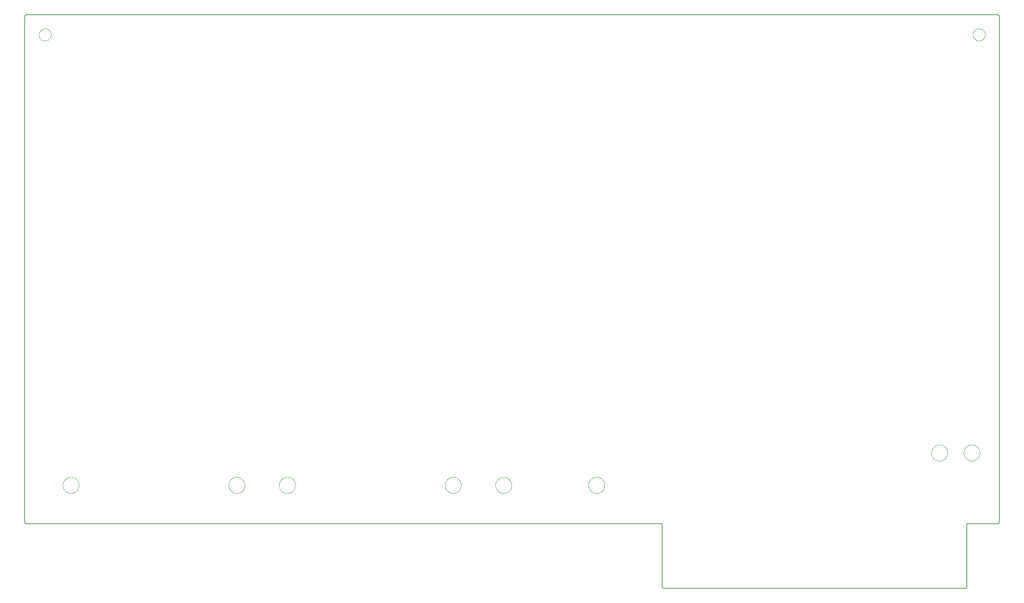
<source format=gko>
G75*
%MOIN*%
%OFA0B0*%
%FSLAX25Y25*%
%IPPOS*%
%LPD*%
%AMOC8*
5,1,8,0,0,1.08239X$1,22.5*
%
%ADD10C,0.00000*%
%ADD11C,0.00787*%
D10*
X0038402Y0105394D02*
X0038404Y0105587D01*
X0038411Y0105780D01*
X0038423Y0105973D01*
X0038440Y0106166D01*
X0038461Y0106358D01*
X0038487Y0106549D01*
X0038518Y0106740D01*
X0038553Y0106930D01*
X0038593Y0107119D01*
X0038638Y0107307D01*
X0038687Y0107494D01*
X0038741Y0107680D01*
X0038799Y0107864D01*
X0038862Y0108047D01*
X0038930Y0108228D01*
X0039001Y0108407D01*
X0039078Y0108585D01*
X0039158Y0108761D01*
X0039243Y0108934D01*
X0039332Y0109106D01*
X0039425Y0109275D01*
X0039522Y0109442D01*
X0039624Y0109607D01*
X0039729Y0109769D01*
X0039838Y0109928D01*
X0039952Y0110085D01*
X0040069Y0110238D01*
X0040189Y0110389D01*
X0040314Y0110537D01*
X0040442Y0110682D01*
X0040573Y0110823D01*
X0040708Y0110962D01*
X0040847Y0111097D01*
X0040988Y0111228D01*
X0041133Y0111356D01*
X0041281Y0111481D01*
X0041432Y0111601D01*
X0041585Y0111718D01*
X0041742Y0111832D01*
X0041901Y0111941D01*
X0042063Y0112046D01*
X0042228Y0112148D01*
X0042395Y0112245D01*
X0042564Y0112338D01*
X0042736Y0112427D01*
X0042909Y0112512D01*
X0043085Y0112592D01*
X0043263Y0112669D01*
X0043442Y0112740D01*
X0043623Y0112808D01*
X0043806Y0112871D01*
X0043990Y0112929D01*
X0044176Y0112983D01*
X0044363Y0113032D01*
X0044551Y0113077D01*
X0044740Y0113117D01*
X0044930Y0113152D01*
X0045121Y0113183D01*
X0045312Y0113209D01*
X0045504Y0113230D01*
X0045697Y0113247D01*
X0045890Y0113259D01*
X0046083Y0113266D01*
X0046276Y0113268D01*
X0046469Y0113266D01*
X0046662Y0113259D01*
X0046855Y0113247D01*
X0047048Y0113230D01*
X0047240Y0113209D01*
X0047431Y0113183D01*
X0047622Y0113152D01*
X0047812Y0113117D01*
X0048001Y0113077D01*
X0048189Y0113032D01*
X0048376Y0112983D01*
X0048562Y0112929D01*
X0048746Y0112871D01*
X0048929Y0112808D01*
X0049110Y0112740D01*
X0049289Y0112669D01*
X0049467Y0112592D01*
X0049643Y0112512D01*
X0049816Y0112427D01*
X0049988Y0112338D01*
X0050157Y0112245D01*
X0050324Y0112148D01*
X0050489Y0112046D01*
X0050651Y0111941D01*
X0050810Y0111832D01*
X0050967Y0111718D01*
X0051120Y0111601D01*
X0051271Y0111481D01*
X0051419Y0111356D01*
X0051564Y0111228D01*
X0051705Y0111097D01*
X0051844Y0110962D01*
X0051979Y0110823D01*
X0052110Y0110682D01*
X0052238Y0110537D01*
X0052363Y0110389D01*
X0052483Y0110238D01*
X0052600Y0110085D01*
X0052714Y0109928D01*
X0052823Y0109769D01*
X0052928Y0109607D01*
X0053030Y0109442D01*
X0053127Y0109275D01*
X0053220Y0109106D01*
X0053309Y0108934D01*
X0053394Y0108761D01*
X0053474Y0108585D01*
X0053551Y0108407D01*
X0053622Y0108228D01*
X0053690Y0108047D01*
X0053753Y0107864D01*
X0053811Y0107680D01*
X0053865Y0107494D01*
X0053914Y0107307D01*
X0053959Y0107119D01*
X0053999Y0106930D01*
X0054034Y0106740D01*
X0054065Y0106549D01*
X0054091Y0106358D01*
X0054112Y0106166D01*
X0054129Y0105973D01*
X0054141Y0105780D01*
X0054148Y0105587D01*
X0054150Y0105394D01*
X0054148Y0105201D01*
X0054141Y0105008D01*
X0054129Y0104815D01*
X0054112Y0104622D01*
X0054091Y0104430D01*
X0054065Y0104239D01*
X0054034Y0104048D01*
X0053999Y0103858D01*
X0053959Y0103669D01*
X0053914Y0103481D01*
X0053865Y0103294D01*
X0053811Y0103108D01*
X0053753Y0102924D01*
X0053690Y0102741D01*
X0053622Y0102560D01*
X0053551Y0102381D01*
X0053474Y0102203D01*
X0053394Y0102027D01*
X0053309Y0101854D01*
X0053220Y0101682D01*
X0053127Y0101513D01*
X0053030Y0101346D01*
X0052928Y0101181D01*
X0052823Y0101019D01*
X0052714Y0100860D01*
X0052600Y0100703D01*
X0052483Y0100550D01*
X0052363Y0100399D01*
X0052238Y0100251D01*
X0052110Y0100106D01*
X0051979Y0099965D01*
X0051844Y0099826D01*
X0051705Y0099691D01*
X0051564Y0099560D01*
X0051419Y0099432D01*
X0051271Y0099307D01*
X0051120Y0099187D01*
X0050967Y0099070D01*
X0050810Y0098956D01*
X0050651Y0098847D01*
X0050489Y0098742D01*
X0050324Y0098640D01*
X0050157Y0098543D01*
X0049988Y0098450D01*
X0049816Y0098361D01*
X0049643Y0098276D01*
X0049467Y0098196D01*
X0049289Y0098119D01*
X0049110Y0098048D01*
X0048929Y0097980D01*
X0048746Y0097917D01*
X0048562Y0097859D01*
X0048376Y0097805D01*
X0048189Y0097756D01*
X0048001Y0097711D01*
X0047812Y0097671D01*
X0047622Y0097636D01*
X0047431Y0097605D01*
X0047240Y0097579D01*
X0047048Y0097558D01*
X0046855Y0097541D01*
X0046662Y0097529D01*
X0046469Y0097522D01*
X0046276Y0097520D01*
X0046083Y0097522D01*
X0045890Y0097529D01*
X0045697Y0097541D01*
X0045504Y0097558D01*
X0045312Y0097579D01*
X0045121Y0097605D01*
X0044930Y0097636D01*
X0044740Y0097671D01*
X0044551Y0097711D01*
X0044363Y0097756D01*
X0044176Y0097805D01*
X0043990Y0097859D01*
X0043806Y0097917D01*
X0043623Y0097980D01*
X0043442Y0098048D01*
X0043263Y0098119D01*
X0043085Y0098196D01*
X0042909Y0098276D01*
X0042736Y0098361D01*
X0042564Y0098450D01*
X0042395Y0098543D01*
X0042228Y0098640D01*
X0042063Y0098742D01*
X0041901Y0098847D01*
X0041742Y0098956D01*
X0041585Y0099070D01*
X0041432Y0099187D01*
X0041281Y0099307D01*
X0041133Y0099432D01*
X0040988Y0099560D01*
X0040847Y0099691D01*
X0040708Y0099826D01*
X0040573Y0099965D01*
X0040442Y0100106D01*
X0040314Y0100251D01*
X0040189Y0100399D01*
X0040069Y0100550D01*
X0039952Y0100703D01*
X0039838Y0100860D01*
X0039729Y0101019D01*
X0039624Y0101181D01*
X0039522Y0101346D01*
X0039425Y0101513D01*
X0039332Y0101682D01*
X0039243Y0101854D01*
X0039158Y0102027D01*
X0039078Y0102203D01*
X0039001Y0102381D01*
X0038930Y0102560D01*
X0038862Y0102741D01*
X0038799Y0102924D01*
X0038741Y0103108D01*
X0038687Y0103294D01*
X0038638Y0103481D01*
X0038593Y0103669D01*
X0038553Y0103858D01*
X0038518Y0104048D01*
X0038487Y0104239D01*
X0038461Y0104430D01*
X0038440Y0104622D01*
X0038423Y0104815D01*
X0038411Y0105008D01*
X0038404Y0105201D01*
X0038402Y0105394D01*
X0199819Y0105394D02*
X0199821Y0105587D01*
X0199828Y0105780D01*
X0199840Y0105973D01*
X0199857Y0106166D01*
X0199878Y0106358D01*
X0199904Y0106549D01*
X0199935Y0106740D01*
X0199970Y0106930D01*
X0200010Y0107119D01*
X0200055Y0107307D01*
X0200104Y0107494D01*
X0200158Y0107680D01*
X0200216Y0107864D01*
X0200279Y0108047D01*
X0200347Y0108228D01*
X0200418Y0108407D01*
X0200495Y0108585D01*
X0200575Y0108761D01*
X0200660Y0108934D01*
X0200749Y0109106D01*
X0200842Y0109275D01*
X0200939Y0109442D01*
X0201041Y0109607D01*
X0201146Y0109769D01*
X0201255Y0109928D01*
X0201369Y0110085D01*
X0201486Y0110238D01*
X0201606Y0110389D01*
X0201731Y0110537D01*
X0201859Y0110682D01*
X0201990Y0110823D01*
X0202125Y0110962D01*
X0202264Y0111097D01*
X0202405Y0111228D01*
X0202550Y0111356D01*
X0202698Y0111481D01*
X0202849Y0111601D01*
X0203002Y0111718D01*
X0203159Y0111832D01*
X0203318Y0111941D01*
X0203480Y0112046D01*
X0203645Y0112148D01*
X0203812Y0112245D01*
X0203981Y0112338D01*
X0204153Y0112427D01*
X0204326Y0112512D01*
X0204502Y0112592D01*
X0204680Y0112669D01*
X0204859Y0112740D01*
X0205040Y0112808D01*
X0205223Y0112871D01*
X0205407Y0112929D01*
X0205593Y0112983D01*
X0205780Y0113032D01*
X0205968Y0113077D01*
X0206157Y0113117D01*
X0206347Y0113152D01*
X0206538Y0113183D01*
X0206729Y0113209D01*
X0206921Y0113230D01*
X0207114Y0113247D01*
X0207307Y0113259D01*
X0207500Y0113266D01*
X0207693Y0113268D01*
X0207886Y0113266D01*
X0208079Y0113259D01*
X0208272Y0113247D01*
X0208465Y0113230D01*
X0208657Y0113209D01*
X0208848Y0113183D01*
X0209039Y0113152D01*
X0209229Y0113117D01*
X0209418Y0113077D01*
X0209606Y0113032D01*
X0209793Y0112983D01*
X0209979Y0112929D01*
X0210163Y0112871D01*
X0210346Y0112808D01*
X0210527Y0112740D01*
X0210706Y0112669D01*
X0210884Y0112592D01*
X0211060Y0112512D01*
X0211233Y0112427D01*
X0211405Y0112338D01*
X0211574Y0112245D01*
X0211741Y0112148D01*
X0211906Y0112046D01*
X0212068Y0111941D01*
X0212227Y0111832D01*
X0212384Y0111718D01*
X0212537Y0111601D01*
X0212688Y0111481D01*
X0212836Y0111356D01*
X0212981Y0111228D01*
X0213122Y0111097D01*
X0213261Y0110962D01*
X0213396Y0110823D01*
X0213527Y0110682D01*
X0213655Y0110537D01*
X0213780Y0110389D01*
X0213900Y0110238D01*
X0214017Y0110085D01*
X0214131Y0109928D01*
X0214240Y0109769D01*
X0214345Y0109607D01*
X0214447Y0109442D01*
X0214544Y0109275D01*
X0214637Y0109106D01*
X0214726Y0108934D01*
X0214811Y0108761D01*
X0214891Y0108585D01*
X0214968Y0108407D01*
X0215039Y0108228D01*
X0215107Y0108047D01*
X0215170Y0107864D01*
X0215228Y0107680D01*
X0215282Y0107494D01*
X0215331Y0107307D01*
X0215376Y0107119D01*
X0215416Y0106930D01*
X0215451Y0106740D01*
X0215482Y0106549D01*
X0215508Y0106358D01*
X0215529Y0106166D01*
X0215546Y0105973D01*
X0215558Y0105780D01*
X0215565Y0105587D01*
X0215567Y0105394D01*
X0215565Y0105201D01*
X0215558Y0105008D01*
X0215546Y0104815D01*
X0215529Y0104622D01*
X0215508Y0104430D01*
X0215482Y0104239D01*
X0215451Y0104048D01*
X0215416Y0103858D01*
X0215376Y0103669D01*
X0215331Y0103481D01*
X0215282Y0103294D01*
X0215228Y0103108D01*
X0215170Y0102924D01*
X0215107Y0102741D01*
X0215039Y0102560D01*
X0214968Y0102381D01*
X0214891Y0102203D01*
X0214811Y0102027D01*
X0214726Y0101854D01*
X0214637Y0101682D01*
X0214544Y0101513D01*
X0214447Y0101346D01*
X0214345Y0101181D01*
X0214240Y0101019D01*
X0214131Y0100860D01*
X0214017Y0100703D01*
X0213900Y0100550D01*
X0213780Y0100399D01*
X0213655Y0100251D01*
X0213527Y0100106D01*
X0213396Y0099965D01*
X0213261Y0099826D01*
X0213122Y0099691D01*
X0212981Y0099560D01*
X0212836Y0099432D01*
X0212688Y0099307D01*
X0212537Y0099187D01*
X0212384Y0099070D01*
X0212227Y0098956D01*
X0212068Y0098847D01*
X0211906Y0098742D01*
X0211741Y0098640D01*
X0211574Y0098543D01*
X0211405Y0098450D01*
X0211233Y0098361D01*
X0211060Y0098276D01*
X0210884Y0098196D01*
X0210706Y0098119D01*
X0210527Y0098048D01*
X0210346Y0097980D01*
X0210163Y0097917D01*
X0209979Y0097859D01*
X0209793Y0097805D01*
X0209606Y0097756D01*
X0209418Y0097711D01*
X0209229Y0097671D01*
X0209039Y0097636D01*
X0208848Y0097605D01*
X0208657Y0097579D01*
X0208465Y0097558D01*
X0208272Y0097541D01*
X0208079Y0097529D01*
X0207886Y0097522D01*
X0207693Y0097520D01*
X0207500Y0097522D01*
X0207307Y0097529D01*
X0207114Y0097541D01*
X0206921Y0097558D01*
X0206729Y0097579D01*
X0206538Y0097605D01*
X0206347Y0097636D01*
X0206157Y0097671D01*
X0205968Y0097711D01*
X0205780Y0097756D01*
X0205593Y0097805D01*
X0205407Y0097859D01*
X0205223Y0097917D01*
X0205040Y0097980D01*
X0204859Y0098048D01*
X0204680Y0098119D01*
X0204502Y0098196D01*
X0204326Y0098276D01*
X0204153Y0098361D01*
X0203981Y0098450D01*
X0203812Y0098543D01*
X0203645Y0098640D01*
X0203480Y0098742D01*
X0203318Y0098847D01*
X0203159Y0098956D01*
X0203002Y0099070D01*
X0202849Y0099187D01*
X0202698Y0099307D01*
X0202550Y0099432D01*
X0202405Y0099560D01*
X0202264Y0099691D01*
X0202125Y0099826D01*
X0201990Y0099965D01*
X0201859Y0100106D01*
X0201731Y0100251D01*
X0201606Y0100399D01*
X0201486Y0100550D01*
X0201369Y0100703D01*
X0201255Y0100860D01*
X0201146Y0101019D01*
X0201041Y0101181D01*
X0200939Y0101346D01*
X0200842Y0101513D01*
X0200749Y0101682D01*
X0200660Y0101854D01*
X0200575Y0102027D01*
X0200495Y0102203D01*
X0200418Y0102381D01*
X0200347Y0102560D01*
X0200279Y0102741D01*
X0200216Y0102924D01*
X0200158Y0103108D01*
X0200104Y0103294D01*
X0200055Y0103481D01*
X0200010Y0103669D01*
X0199970Y0103858D01*
X0199935Y0104048D01*
X0199904Y0104239D01*
X0199878Y0104430D01*
X0199857Y0104622D01*
X0199840Y0104815D01*
X0199828Y0105008D01*
X0199821Y0105201D01*
X0199819Y0105394D01*
X0249032Y0105394D02*
X0249034Y0105587D01*
X0249041Y0105780D01*
X0249053Y0105973D01*
X0249070Y0106166D01*
X0249091Y0106358D01*
X0249117Y0106549D01*
X0249148Y0106740D01*
X0249183Y0106930D01*
X0249223Y0107119D01*
X0249268Y0107307D01*
X0249317Y0107494D01*
X0249371Y0107680D01*
X0249429Y0107864D01*
X0249492Y0108047D01*
X0249560Y0108228D01*
X0249631Y0108407D01*
X0249708Y0108585D01*
X0249788Y0108761D01*
X0249873Y0108934D01*
X0249962Y0109106D01*
X0250055Y0109275D01*
X0250152Y0109442D01*
X0250254Y0109607D01*
X0250359Y0109769D01*
X0250468Y0109928D01*
X0250582Y0110085D01*
X0250699Y0110238D01*
X0250819Y0110389D01*
X0250944Y0110537D01*
X0251072Y0110682D01*
X0251203Y0110823D01*
X0251338Y0110962D01*
X0251477Y0111097D01*
X0251618Y0111228D01*
X0251763Y0111356D01*
X0251911Y0111481D01*
X0252062Y0111601D01*
X0252215Y0111718D01*
X0252372Y0111832D01*
X0252531Y0111941D01*
X0252693Y0112046D01*
X0252858Y0112148D01*
X0253025Y0112245D01*
X0253194Y0112338D01*
X0253366Y0112427D01*
X0253539Y0112512D01*
X0253715Y0112592D01*
X0253893Y0112669D01*
X0254072Y0112740D01*
X0254253Y0112808D01*
X0254436Y0112871D01*
X0254620Y0112929D01*
X0254806Y0112983D01*
X0254993Y0113032D01*
X0255181Y0113077D01*
X0255370Y0113117D01*
X0255560Y0113152D01*
X0255751Y0113183D01*
X0255942Y0113209D01*
X0256134Y0113230D01*
X0256327Y0113247D01*
X0256520Y0113259D01*
X0256713Y0113266D01*
X0256906Y0113268D01*
X0257099Y0113266D01*
X0257292Y0113259D01*
X0257485Y0113247D01*
X0257678Y0113230D01*
X0257870Y0113209D01*
X0258061Y0113183D01*
X0258252Y0113152D01*
X0258442Y0113117D01*
X0258631Y0113077D01*
X0258819Y0113032D01*
X0259006Y0112983D01*
X0259192Y0112929D01*
X0259376Y0112871D01*
X0259559Y0112808D01*
X0259740Y0112740D01*
X0259919Y0112669D01*
X0260097Y0112592D01*
X0260273Y0112512D01*
X0260446Y0112427D01*
X0260618Y0112338D01*
X0260787Y0112245D01*
X0260954Y0112148D01*
X0261119Y0112046D01*
X0261281Y0111941D01*
X0261440Y0111832D01*
X0261597Y0111718D01*
X0261750Y0111601D01*
X0261901Y0111481D01*
X0262049Y0111356D01*
X0262194Y0111228D01*
X0262335Y0111097D01*
X0262474Y0110962D01*
X0262609Y0110823D01*
X0262740Y0110682D01*
X0262868Y0110537D01*
X0262993Y0110389D01*
X0263113Y0110238D01*
X0263230Y0110085D01*
X0263344Y0109928D01*
X0263453Y0109769D01*
X0263558Y0109607D01*
X0263660Y0109442D01*
X0263757Y0109275D01*
X0263850Y0109106D01*
X0263939Y0108934D01*
X0264024Y0108761D01*
X0264104Y0108585D01*
X0264181Y0108407D01*
X0264252Y0108228D01*
X0264320Y0108047D01*
X0264383Y0107864D01*
X0264441Y0107680D01*
X0264495Y0107494D01*
X0264544Y0107307D01*
X0264589Y0107119D01*
X0264629Y0106930D01*
X0264664Y0106740D01*
X0264695Y0106549D01*
X0264721Y0106358D01*
X0264742Y0106166D01*
X0264759Y0105973D01*
X0264771Y0105780D01*
X0264778Y0105587D01*
X0264780Y0105394D01*
X0264778Y0105201D01*
X0264771Y0105008D01*
X0264759Y0104815D01*
X0264742Y0104622D01*
X0264721Y0104430D01*
X0264695Y0104239D01*
X0264664Y0104048D01*
X0264629Y0103858D01*
X0264589Y0103669D01*
X0264544Y0103481D01*
X0264495Y0103294D01*
X0264441Y0103108D01*
X0264383Y0102924D01*
X0264320Y0102741D01*
X0264252Y0102560D01*
X0264181Y0102381D01*
X0264104Y0102203D01*
X0264024Y0102027D01*
X0263939Y0101854D01*
X0263850Y0101682D01*
X0263757Y0101513D01*
X0263660Y0101346D01*
X0263558Y0101181D01*
X0263453Y0101019D01*
X0263344Y0100860D01*
X0263230Y0100703D01*
X0263113Y0100550D01*
X0262993Y0100399D01*
X0262868Y0100251D01*
X0262740Y0100106D01*
X0262609Y0099965D01*
X0262474Y0099826D01*
X0262335Y0099691D01*
X0262194Y0099560D01*
X0262049Y0099432D01*
X0261901Y0099307D01*
X0261750Y0099187D01*
X0261597Y0099070D01*
X0261440Y0098956D01*
X0261281Y0098847D01*
X0261119Y0098742D01*
X0260954Y0098640D01*
X0260787Y0098543D01*
X0260618Y0098450D01*
X0260446Y0098361D01*
X0260273Y0098276D01*
X0260097Y0098196D01*
X0259919Y0098119D01*
X0259740Y0098048D01*
X0259559Y0097980D01*
X0259376Y0097917D01*
X0259192Y0097859D01*
X0259006Y0097805D01*
X0258819Y0097756D01*
X0258631Y0097711D01*
X0258442Y0097671D01*
X0258252Y0097636D01*
X0258061Y0097605D01*
X0257870Y0097579D01*
X0257678Y0097558D01*
X0257485Y0097541D01*
X0257292Y0097529D01*
X0257099Y0097522D01*
X0256906Y0097520D01*
X0256713Y0097522D01*
X0256520Y0097529D01*
X0256327Y0097541D01*
X0256134Y0097558D01*
X0255942Y0097579D01*
X0255751Y0097605D01*
X0255560Y0097636D01*
X0255370Y0097671D01*
X0255181Y0097711D01*
X0254993Y0097756D01*
X0254806Y0097805D01*
X0254620Y0097859D01*
X0254436Y0097917D01*
X0254253Y0097980D01*
X0254072Y0098048D01*
X0253893Y0098119D01*
X0253715Y0098196D01*
X0253539Y0098276D01*
X0253366Y0098361D01*
X0253194Y0098450D01*
X0253025Y0098543D01*
X0252858Y0098640D01*
X0252693Y0098742D01*
X0252531Y0098847D01*
X0252372Y0098956D01*
X0252215Y0099070D01*
X0252062Y0099187D01*
X0251911Y0099307D01*
X0251763Y0099432D01*
X0251618Y0099560D01*
X0251477Y0099691D01*
X0251338Y0099826D01*
X0251203Y0099965D01*
X0251072Y0100106D01*
X0250944Y0100251D01*
X0250819Y0100399D01*
X0250699Y0100550D01*
X0250582Y0100703D01*
X0250468Y0100860D01*
X0250359Y0101019D01*
X0250254Y0101181D01*
X0250152Y0101346D01*
X0250055Y0101513D01*
X0249962Y0101682D01*
X0249873Y0101854D01*
X0249788Y0102027D01*
X0249708Y0102203D01*
X0249631Y0102381D01*
X0249560Y0102560D01*
X0249492Y0102741D01*
X0249429Y0102924D01*
X0249371Y0103108D01*
X0249317Y0103294D01*
X0249268Y0103481D01*
X0249223Y0103669D01*
X0249183Y0103858D01*
X0249148Y0104048D01*
X0249117Y0104239D01*
X0249091Y0104430D01*
X0249070Y0104622D01*
X0249053Y0104815D01*
X0249041Y0105008D01*
X0249034Y0105201D01*
X0249032Y0105394D01*
X0410449Y0105394D02*
X0410451Y0105587D01*
X0410458Y0105780D01*
X0410470Y0105973D01*
X0410487Y0106166D01*
X0410508Y0106358D01*
X0410534Y0106549D01*
X0410565Y0106740D01*
X0410600Y0106930D01*
X0410640Y0107119D01*
X0410685Y0107307D01*
X0410734Y0107494D01*
X0410788Y0107680D01*
X0410846Y0107864D01*
X0410909Y0108047D01*
X0410977Y0108228D01*
X0411048Y0108407D01*
X0411125Y0108585D01*
X0411205Y0108761D01*
X0411290Y0108934D01*
X0411379Y0109106D01*
X0411472Y0109275D01*
X0411569Y0109442D01*
X0411671Y0109607D01*
X0411776Y0109769D01*
X0411885Y0109928D01*
X0411999Y0110085D01*
X0412116Y0110238D01*
X0412236Y0110389D01*
X0412361Y0110537D01*
X0412489Y0110682D01*
X0412620Y0110823D01*
X0412755Y0110962D01*
X0412894Y0111097D01*
X0413035Y0111228D01*
X0413180Y0111356D01*
X0413328Y0111481D01*
X0413479Y0111601D01*
X0413632Y0111718D01*
X0413789Y0111832D01*
X0413948Y0111941D01*
X0414110Y0112046D01*
X0414275Y0112148D01*
X0414442Y0112245D01*
X0414611Y0112338D01*
X0414783Y0112427D01*
X0414956Y0112512D01*
X0415132Y0112592D01*
X0415310Y0112669D01*
X0415489Y0112740D01*
X0415670Y0112808D01*
X0415853Y0112871D01*
X0416037Y0112929D01*
X0416223Y0112983D01*
X0416410Y0113032D01*
X0416598Y0113077D01*
X0416787Y0113117D01*
X0416977Y0113152D01*
X0417168Y0113183D01*
X0417359Y0113209D01*
X0417551Y0113230D01*
X0417744Y0113247D01*
X0417937Y0113259D01*
X0418130Y0113266D01*
X0418323Y0113268D01*
X0418516Y0113266D01*
X0418709Y0113259D01*
X0418902Y0113247D01*
X0419095Y0113230D01*
X0419287Y0113209D01*
X0419478Y0113183D01*
X0419669Y0113152D01*
X0419859Y0113117D01*
X0420048Y0113077D01*
X0420236Y0113032D01*
X0420423Y0112983D01*
X0420609Y0112929D01*
X0420793Y0112871D01*
X0420976Y0112808D01*
X0421157Y0112740D01*
X0421336Y0112669D01*
X0421514Y0112592D01*
X0421690Y0112512D01*
X0421863Y0112427D01*
X0422035Y0112338D01*
X0422204Y0112245D01*
X0422371Y0112148D01*
X0422536Y0112046D01*
X0422698Y0111941D01*
X0422857Y0111832D01*
X0423014Y0111718D01*
X0423167Y0111601D01*
X0423318Y0111481D01*
X0423466Y0111356D01*
X0423611Y0111228D01*
X0423752Y0111097D01*
X0423891Y0110962D01*
X0424026Y0110823D01*
X0424157Y0110682D01*
X0424285Y0110537D01*
X0424410Y0110389D01*
X0424530Y0110238D01*
X0424647Y0110085D01*
X0424761Y0109928D01*
X0424870Y0109769D01*
X0424975Y0109607D01*
X0425077Y0109442D01*
X0425174Y0109275D01*
X0425267Y0109106D01*
X0425356Y0108934D01*
X0425441Y0108761D01*
X0425521Y0108585D01*
X0425598Y0108407D01*
X0425669Y0108228D01*
X0425737Y0108047D01*
X0425800Y0107864D01*
X0425858Y0107680D01*
X0425912Y0107494D01*
X0425961Y0107307D01*
X0426006Y0107119D01*
X0426046Y0106930D01*
X0426081Y0106740D01*
X0426112Y0106549D01*
X0426138Y0106358D01*
X0426159Y0106166D01*
X0426176Y0105973D01*
X0426188Y0105780D01*
X0426195Y0105587D01*
X0426197Y0105394D01*
X0426195Y0105201D01*
X0426188Y0105008D01*
X0426176Y0104815D01*
X0426159Y0104622D01*
X0426138Y0104430D01*
X0426112Y0104239D01*
X0426081Y0104048D01*
X0426046Y0103858D01*
X0426006Y0103669D01*
X0425961Y0103481D01*
X0425912Y0103294D01*
X0425858Y0103108D01*
X0425800Y0102924D01*
X0425737Y0102741D01*
X0425669Y0102560D01*
X0425598Y0102381D01*
X0425521Y0102203D01*
X0425441Y0102027D01*
X0425356Y0101854D01*
X0425267Y0101682D01*
X0425174Y0101513D01*
X0425077Y0101346D01*
X0424975Y0101181D01*
X0424870Y0101019D01*
X0424761Y0100860D01*
X0424647Y0100703D01*
X0424530Y0100550D01*
X0424410Y0100399D01*
X0424285Y0100251D01*
X0424157Y0100106D01*
X0424026Y0099965D01*
X0423891Y0099826D01*
X0423752Y0099691D01*
X0423611Y0099560D01*
X0423466Y0099432D01*
X0423318Y0099307D01*
X0423167Y0099187D01*
X0423014Y0099070D01*
X0422857Y0098956D01*
X0422698Y0098847D01*
X0422536Y0098742D01*
X0422371Y0098640D01*
X0422204Y0098543D01*
X0422035Y0098450D01*
X0421863Y0098361D01*
X0421690Y0098276D01*
X0421514Y0098196D01*
X0421336Y0098119D01*
X0421157Y0098048D01*
X0420976Y0097980D01*
X0420793Y0097917D01*
X0420609Y0097859D01*
X0420423Y0097805D01*
X0420236Y0097756D01*
X0420048Y0097711D01*
X0419859Y0097671D01*
X0419669Y0097636D01*
X0419478Y0097605D01*
X0419287Y0097579D01*
X0419095Y0097558D01*
X0418902Y0097541D01*
X0418709Y0097529D01*
X0418516Y0097522D01*
X0418323Y0097520D01*
X0418130Y0097522D01*
X0417937Y0097529D01*
X0417744Y0097541D01*
X0417551Y0097558D01*
X0417359Y0097579D01*
X0417168Y0097605D01*
X0416977Y0097636D01*
X0416787Y0097671D01*
X0416598Y0097711D01*
X0416410Y0097756D01*
X0416223Y0097805D01*
X0416037Y0097859D01*
X0415853Y0097917D01*
X0415670Y0097980D01*
X0415489Y0098048D01*
X0415310Y0098119D01*
X0415132Y0098196D01*
X0414956Y0098276D01*
X0414783Y0098361D01*
X0414611Y0098450D01*
X0414442Y0098543D01*
X0414275Y0098640D01*
X0414110Y0098742D01*
X0413948Y0098847D01*
X0413789Y0098956D01*
X0413632Y0099070D01*
X0413479Y0099187D01*
X0413328Y0099307D01*
X0413180Y0099432D01*
X0413035Y0099560D01*
X0412894Y0099691D01*
X0412755Y0099826D01*
X0412620Y0099965D01*
X0412489Y0100106D01*
X0412361Y0100251D01*
X0412236Y0100399D01*
X0412116Y0100550D01*
X0411999Y0100703D01*
X0411885Y0100860D01*
X0411776Y0101019D01*
X0411671Y0101181D01*
X0411569Y0101346D01*
X0411472Y0101513D01*
X0411379Y0101682D01*
X0411290Y0101854D01*
X0411205Y0102027D01*
X0411125Y0102203D01*
X0411048Y0102381D01*
X0410977Y0102560D01*
X0410909Y0102741D01*
X0410846Y0102924D01*
X0410788Y0103108D01*
X0410734Y0103294D01*
X0410685Y0103481D01*
X0410640Y0103669D01*
X0410600Y0103858D01*
X0410565Y0104048D01*
X0410534Y0104239D01*
X0410508Y0104430D01*
X0410487Y0104622D01*
X0410470Y0104815D01*
X0410458Y0105008D01*
X0410451Y0105201D01*
X0410449Y0105394D01*
X0459661Y0105394D02*
X0459663Y0105587D01*
X0459670Y0105780D01*
X0459682Y0105973D01*
X0459699Y0106166D01*
X0459720Y0106358D01*
X0459746Y0106549D01*
X0459777Y0106740D01*
X0459812Y0106930D01*
X0459852Y0107119D01*
X0459897Y0107307D01*
X0459946Y0107494D01*
X0460000Y0107680D01*
X0460058Y0107864D01*
X0460121Y0108047D01*
X0460189Y0108228D01*
X0460260Y0108407D01*
X0460337Y0108585D01*
X0460417Y0108761D01*
X0460502Y0108934D01*
X0460591Y0109106D01*
X0460684Y0109275D01*
X0460781Y0109442D01*
X0460883Y0109607D01*
X0460988Y0109769D01*
X0461097Y0109928D01*
X0461211Y0110085D01*
X0461328Y0110238D01*
X0461448Y0110389D01*
X0461573Y0110537D01*
X0461701Y0110682D01*
X0461832Y0110823D01*
X0461967Y0110962D01*
X0462106Y0111097D01*
X0462247Y0111228D01*
X0462392Y0111356D01*
X0462540Y0111481D01*
X0462691Y0111601D01*
X0462844Y0111718D01*
X0463001Y0111832D01*
X0463160Y0111941D01*
X0463322Y0112046D01*
X0463487Y0112148D01*
X0463654Y0112245D01*
X0463823Y0112338D01*
X0463995Y0112427D01*
X0464168Y0112512D01*
X0464344Y0112592D01*
X0464522Y0112669D01*
X0464701Y0112740D01*
X0464882Y0112808D01*
X0465065Y0112871D01*
X0465249Y0112929D01*
X0465435Y0112983D01*
X0465622Y0113032D01*
X0465810Y0113077D01*
X0465999Y0113117D01*
X0466189Y0113152D01*
X0466380Y0113183D01*
X0466571Y0113209D01*
X0466763Y0113230D01*
X0466956Y0113247D01*
X0467149Y0113259D01*
X0467342Y0113266D01*
X0467535Y0113268D01*
X0467728Y0113266D01*
X0467921Y0113259D01*
X0468114Y0113247D01*
X0468307Y0113230D01*
X0468499Y0113209D01*
X0468690Y0113183D01*
X0468881Y0113152D01*
X0469071Y0113117D01*
X0469260Y0113077D01*
X0469448Y0113032D01*
X0469635Y0112983D01*
X0469821Y0112929D01*
X0470005Y0112871D01*
X0470188Y0112808D01*
X0470369Y0112740D01*
X0470548Y0112669D01*
X0470726Y0112592D01*
X0470902Y0112512D01*
X0471075Y0112427D01*
X0471247Y0112338D01*
X0471416Y0112245D01*
X0471583Y0112148D01*
X0471748Y0112046D01*
X0471910Y0111941D01*
X0472069Y0111832D01*
X0472226Y0111718D01*
X0472379Y0111601D01*
X0472530Y0111481D01*
X0472678Y0111356D01*
X0472823Y0111228D01*
X0472964Y0111097D01*
X0473103Y0110962D01*
X0473238Y0110823D01*
X0473369Y0110682D01*
X0473497Y0110537D01*
X0473622Y0110389D01*
X0473742Y0110238D01*
X0473859Y0110085D01*
X0473973Y0109928D01*
X0474082Y0109769D01*
X0474187Y0109607D01*
X0474289Y0109442D01*
X0474386Y0109275D01*
X0474479Y0109106D01*
X0474568Y0108934D01*
X0474653Y0108761D01*
X0474733Y0108585D01*
X0474810Y0108407D01*
X0474881Y0108228D01*
X0474949Y0108047D01*
X0475012Y0107864D01*
X0475070Y0107680D01*
X0475124Y0107494D01*
X0475173Y0107307D01*
X0475218Y0107119D01*
X0475258Y0106930D01*
X0475293Y0106740D01*
X0475324Y0106549D01*
X0475350Y0106358D01*
X0475371Y0106166D01*
X0475388Y0105973D01*
X0475400Y0105780D01*
X0475407Y0105587D01*
X0475409Y0105394D01*
X0475407Y0105201D01*
X0475400Y0105008D01*
X0475388Y0104815D01*
X0475371Y0104622D01*
X0475350Y0104430D01*
X0475324Y0104239D01*
X0475293Y0104048D01*
X0475258Y0103858D01*
X0475218Y0103669D01*
X0475173Y0103481D01*
X0475124Y0103294D01*
X0475070Y0103108D01*
X0475012Y0102924D01*
X0474949Y0102741D01*
X0474881Y0102560D01*
X0474810Y0102381D01*
X0474733Y0102203D01*
X0474653Y0102027D01*
X0474568Y0101854D01*
X0474479Y0101682D01*
X0474386Y0101513D01*
X0474289Y0101346D01*
X0474187Y0101181D01*
X0474082Y0101019D01*
X0473973Y0100860D01*
X0473859Y0100703D01*
X0473742Y0100550D01*
X0473622Y0100399D01*
X0473497Y0100251D01*
X0473369Y0100106D01*
X0473238Y0099965D01*
X0473103Y0099826D01*
X0472964Y0099691D01*
X0472823Y0099560D01*
X0472678Y0099432D01*
X0472530Y0099307D01*
X0472379Y0099187D01*
X0472226Y0099070D01*
X0472069Y0098956D01*
X0471910Y0098847D01*
X0471748Y0098742D01*
X0471583Y0098640D01*
X0471416Y0098543D01*
X0471247Y0098450D01*
X0471075Y0098361D01*
X0470902Y0098276D01*
X0470726Y0098196D01*
X0470548Y0098119D01*
X0470369Y0098048D01*
X0470188Y0097980D01*
X0470005Y0097917D01*
X0469821Y0097859D01*
X0469635Y0097805D01*
X0469448Y0097756D01*
X0469260Y0097711D01*
X0469071Y0097671D01*
X0468881Y0097636D01*
X0468690Y0097605D01*
X0468499Y0097579D01*
X0468307Y0097558D01*
X0468114Y0097541D01*
X0467921Y0097529D01*
X0467728Y0097522D01*
X0467535Y0097520D01*
X0467342Y0097522D01*
X0467149Y0097529D01*
X0466956Y0097541D01*
X0466763Y0097558D01*
X0466571Y0097579D01*
X0466380Y0097605D01*
X0466189Y0097636D01*
X0465999Y0097671D01*
X0465810Y0097711D01*
X0465622Y0097756D01*
X0465435Y0097805D01*
X0465249Y0097859D01*
X0465065Y0097917D01*
X0464882Y0097980D01*
X0464701Y0098048D01*
X0464522Y0098119D01*
X0464344Y0098196D01*
X0464168Y0098276D01*
X0463995Y0098361D01*
X0463823Y0098450D01*
X0463654Y0098543D01*
X0463487Y0098640D01*
X0463322Y0098742D01*
X0463160Y0098847D01*
X0463001Y0098956D01*
X0462844Y0099070D01*
X0462691Y0099187D01*
X0462540Y0099307D01*
X0462392Y0099432D01*
X0462247Y0099560D01*
X0462106Y0099691D01*
X0461967Y0099826D01*
X0461832Y0099965D01*
X0461701Y0100106D01*
X0461573Y0100251D01*
X0461448Y0100399D01*
X0461328Y0100550D01*
X0461211Y0100703D01*
X0461097Y0100860D01*
X0460988Y0101019D01*
X0460883Y0101181D01*
X0460781Y0101346D01*
X0460684Y0101513D01*
X0460591Y0101682D01*
X0460502Y0101854D01*
X0460417Y0102027D01*
X0460337Y0102203D01*
X0460260Y0102381D01*
X0460189Y0102560D01*
X0460121Y0102741D01*
X0460058Y0102924D01*
X0460000Y0103108D01*
X0459946Y0103294D01*
X0459897Y0103481D01*
X0459852Y0103669D01*
X0459812Y0103858D01*
X0459777Y0104048D01*
X0459746Y0104239D01*
X0459720Y0104430D01*
X0459699Y0104622D01*
X0459682Y0104815D01*
X0459670Y0105008D01*
X0459663Y0105201D01*
X0459661Y0105394D01*
X0550213Y0105394D02*
X0550215Y0105587D01*
X0550222Y0105780D01*
X0550234Y0105973D01*
X0550251Y0106166D01*
X0550272Y0106358D01*
X0550298Y0106549D01*
X0550329Y0106740D01*
X0550364Y0106930D01*
X0550404Y0107119D01*
X0550449Y0107307D01*
X0550498Y0107494D01*
X0550552Y0107680D01*
X0550610Y0107864D01*
X0550673Y0108047D01*
X0550741Y0108228D01*
X0550812Y0108407D01*
X0550889Y0108585D01*
X0550969Y0108761D01*
X0551054Y0108934D01*
X0551143Y0109106D01*
X0551236Y0109275D01*
X0551333Y0109442D01*
X0551435Y0109607D01*
X0551540Y0109769D01*
X0551649Y0109928D01*
X0551763Y0110085D01*
X0551880Y0110238D01*
X0552000Y0110389D01*
X0552125Y0110537D01*
X0552253Y0110682D01*
X0552384Y0110823D01*
X0552519Y0110962D01*
X0552658Y0111097D01*
X0552799Y0111228D01*
X0552944Y0111356D01*
X0553092Y0111481D01*
X0553243Y0111601D01*
X0553396Y0111718D01*
X0553553Y0111832D01*
X0553712Y0111941D01*
X0553874Y0112046D01*
X0554039Y0112148D01*
X0554206Y0112245D01*
X0554375Y0112338D01*
X0554547Y0112427D01*
X0554720Y0112512D01*
X0554896Y0112592D01*
X0555074Y0112669D01*
X0555253Y0112740D01*
X0555434Y0112808D01*
X0555617Y0112871D01*
X0555801Y0112929D01*
X0555987Y0112983D01*
X0556174Y0113032D01*
X0556362Y0113077D01*
X0556551Y0113117D01*
X0556741Y0113152D01*
X0556932Y0113183D01*
X0557123Y0113209D01*
X0557315Y0113230D01*
X0557508Y0113247D01*
X0557701Y0113259D01*
X0557894Y0113266D01*
X0558087Y0113268D01*
X0558280Y0113266D01*
X0558473Y0113259D01*
X0558666Y0113247D01*
X0558859Y0113230D01*
X0559051Y0113209D01*
X0559242Y0113183D01*
X0559433Y0113152D01*
X0559623Y0113117D01*
X0559812Y0113077D01*
X0560000Y0113032D01*
X0560187Y0112983D01*
X0560373Y0112929D01*
X0560557Y0112871D01*
X0560740Y0112808D01*
X0560921Y0112740D01*
X0561100Y0112669D01*
X0561278Y0112592D01*
X0561454Y0112512D01*
X0561627Y0112427D01*
X0561799Y0112338D01*
X0561968Y0112245D01*
X0562135Y0112148D01*
X0562300Y0112046D01*
X0562462Y0111941D01*
X0562621Y0111832D01*
X0562778Y0111718D01*
X0562931Y0111601D01*
X0563082Y0111481D01*
X0563230Y0111356D01*
X0563375Y0111228D01*
X0563516Y0111097D01*
X0563655Y0110962D01*
X0563790Y0110823D01*
X0563921Y0110682D01*
X0564049Y0110537D01*
X0564174Y0110389D01*
X0564294Y0110238D01*
X0564411Y0110085D01*
X0564525Y0109928D01*
X0564634Y0109769D01*
X0564739Y0109607D01*
X0564841Y0109442D01*
X0564938Y0109275D01*
X0565031Y0109106D01*
X0565120Y0108934D01*
X0565205Y0108761D01*
X0565285Y0108585D01*
X0565362Y0108407D01*
X0565433Y0108228D01*
X0565501Y0108047D01*
X0565564Y0107864D01*
X0565622Y0107680D01*
X0565676Y0107494D01*
X0565725Y0107307D01*
X0565770Y0107119D01*
X0565810Y0106930D01*
X0565845Y0106740D01*
X0565876Y0106549D01*
X0565902Y0106358D01*
X0565923Y0106166D01*
X0565940Y0105973D01*
X0565952Y0105780D01*
X0565959Y0105587D01*
X0565961Y0105394D01*
X0565959Y0105201D01*
X0565952Y0105008D01*
X0565940Y0104815D01*
X0565923Y0104622D01*
X0565902Y0104430D01*
X0565876Y0104239D01*
X0565845Y0104048D01*
X0565810Y0103858D01*
X0565770Y0103669D01*
X0565725Y0103481D01*
X0565676Y0103294D01*
X0565622Y0103108D01*
X0565564Y0102924D01*
X0565501Y0102741D01*
X0565433Y0102560D01*
X0565362Y0102381D01*
X0565285Y0102203D01*
X0565205Y0102027D01*
X0565120Y0101854D01*
X0565031Y0101682D01*
X0564938Y0101513D01*
X0564841Y0101346D01*
X0564739Y0101181D01*
X0564634Y0101019D01*
X0564525Y0100860D01*
X0564411Y0100703D01*
X0564294Y0100550D01*
X0564174Y0100399D01*
X0564049Y0100251D01*
X0563921Y0100106D01*
X0563790Y0099965D01*
X0563655Y0099826D01*
X0563516Y0099691D01*
X0563375Y0099560D01*
X0563230Y0099432D01*
X0563082Y0099307D01*
X0562931Y0099187D01*
X0562778Y0099070D01*
X0562621Y0098956D01*
X0562462Y0098847D01*
X0562300Y0098742D01*
X0562135Y0098640D01*
X0561968Y0098543D01*
X0561799Y0098450D01*
X0561627Y0098361D01*
X0561454Y0098276D01*
X0561278Y0098196D01*
X0561100Y0098119D01*
X0560921Y0098048D01*
X0560740Y0097980D01*
X0560557Y0097917D01*
X0560373Y0097859D01*
X0560187Y0097805D01*
X0560000Y0097756D01*
X0559812Y0097711D01*
X0559623Y0097671D01*
X0559433Y0097636D01*
X0559242Y0097605D01*
X0559051Y0097579D01*
X0558859Y0097558D01*
X0558666Y0097541D01*
X0558473Y0097529D01*
X0558280Y0097522D01*
X0558087Y0097520D01*
X0557894Y0097522D01*
X0557701Y0097529D01*
X0557508Y0097541D01*
X0557315Y0097558D01*
X0557123Y0097579D01*
X0556932Y0097605D01*
X0556741Y0097636D01*
X0556551Y0097671D01*
X0556362Y0097711D01*
X0556174Y0097756D01*
X0555987Y0097805D01*
X0555801Y0097859D01*
X0555617Y0097917D01*
X0555434Y0097980D01*
X0555253Y0098048D01*
X0555074Y0098119D01*
X0554896Y0098196D01*
X0554720Y0098276D01*
X0554547Y0098361D01*
X0554375Y0098450D01*
X0554206Y0098543D01*
X0554039Y0098640D01*
X0553874Y0098742D01*
X0553712Y0098847D01*
X0553553Y0098956D01*
X0553396Y0099070D01*
X0553243Y0099187D01*
X0553092Y0099307D01*
X0552944Y0099432D01*
X0552799Y0099560D01*
X0552658Y0099691D01*
X0552519Y0099826D01*
X0552384Y0099965D01*
X0552253Y0100106D01*
X0552125Y0100251D01*
X0552000Y0100399D01*
X0551880Y0100550D01*
X0551763Y0100703D01*
X0551649Y0100860D01*
X0551540Y0101019D01*
X0551435Y0101181D01*
X0551333Y0101346D01*
X0551236Y0101513D01*
X0551143Y0101682D01*
X0551054Y0101854D01*
X0550969Y0102027D01*
X0550889Y0102203D01*
X0550812Y0102381D01*
X0550741Y0102560D01*
X0550673Y0102741D01*
X0550610Y0102924D01*
X0550552Y0103108D01*
X0550498Y0103294D01*
X0550449Y0103481D01*
X0550404Y0103669D01*
X0550364Y0103858D01*
X0550329Y0104048D01*
X0550298Y0104239D01*
X0550272Y0104430D01*
X0550251Y0104622D01*
X0550234Y0104815D01*
X0550222Y0105008D01*
X0550215Y0105201D01*
X0550213Y0105394D01*
X0884071Y0136890D02*
X0884073Y0137083D01*
X0884080Y0137276D01*
X0884092Y0137469D01*
X0884109Y0137662D01*
X0884130Y0137854D01*
X0884156Y0138045D01*
X0884187Y0138236D01*
X0884222Y0138426D01*
X0884262Y0138615D01*
X0884307Y0138803D01*
X0884356Y0138990D01*
X0884410Y0139176D01*
X0884468Y0139360D01*
X0884531Y0139543D01*
X0884599Y0139724D01*
X0884670Y0139903D01*
X0884747Y0140081D01*
X0884827Y0140257D01*
X0884912Y0140430D01*
X0885001Y0140602D01*
X0885094Y0140771D01*
X0885191Y0140938D01*
X0885293Y0141103D01*
X0885398Y0141265D01*
X0885507Y0141424D01*
X0885621Y0141581D01*
X0885738Y0141734D01*
X0885858Y0141885D01*
X0885983Y0142033D01*
X0886111Y0142178D01*
X0886242Y0142319D01*
X0886377Y0142458D01*
X0886516Y0142593D01*
X0886657Y0142724D01*
X0886802Y0142852D01*
X0886950Y0142977D01*
X0887101Y0143097D01*
X0887254Y0143214D01*
X0887411Y0143328D01*
X0887570Y0143437D01*
X0887732Y0143542D01*
X0887897Y0143644D01*
X0888064Y0143741D01*
X0888233Y0143834D01*
X0888405Y0143923D01*
X0888578Y0144008D01*
X0888754Y0144088D01*
X0888932Y0144165D01*
X0889111Y0144236D01*
X0889292Y0144304D01*
X0889475Y0144367D01*
X0889659Y0144425D01*
X0889845Y0144479D01*
X0890032Y0144528D01*
X0890220Y0144573D01*
X0890409Y0144613D01*
X0890599Y0144648D01*
X0890790Y0144679D01*
X0890981Y0144705D01*
X0891173Y0144726D01*
X0891366Y0144743D01*
X0891559Y0144755D01*
X0891752Y0144762D01*
X0891945Y0144764D01*
X0892138Y0144762D01*
X0892331Y0144755D01*
X0892524Y0144743D01*
X0892717Y0144726D01*
X0892909Y0144705D01*
X0893100Y0144679D01*
X0893291Y0144648D01*
X0893481Y0144613D01*
X0893670Y0144573D01*
X0893858Y0144528D01*
X0894045Y0144479D01*
X0894231Y0144425D01*
X0894415Y0144367D01*
X0894598Y0144304D01*
X0894779Y0144236D01*
X0894958Y0144165D01*
X0895136Y0144088D01*
X0895312Y0144008D01*
X0895485Y0143923D01*
X0895657Y0143834D01*
X0895826Y0143741D01*
X0895993Y0143644D01*
X0896158Y0143542D01*
X0896320Y0143437D01*
X0896479Y0143328D01*
X0896636Y0143214D01*
X0896789Y0143097D01*
X0896940Y0142977D01*
X0897088Y0142852D01*
X0897233Y0142724D01*
X0897374Y0142593D01*
X0897513Y0142458D01*
X0897648Y0142319D01*
X0897779Y0142178D01*
X0897907Y0142033D01*
X0898032Y0141885D01*
X0898152Y0141734D01*
X0898269Y0141581D01*
X0898383Y0141424D01*
X0898492Y0141265D01*
X0898597Y0141103D01*
X0898699Y0140938D01*
X0898796Y0140771D01*
X0898889Y0140602D01*
X0898978Y0140430D01*
X0899063Y0140257D01*
X0899143Y0140081D01*
X0899220Y0139903D01*
X0899291Y0139724D01*
X0899359Y0139543D01*
X0899422Y0139360D01*
X0899480Y0139176D01*
X0899534Y0138990D01*
X0899583Y0138803D01*
X0899628Y0138615D01*
X0899668Y0138426D01*
X0899703Y0138236D01*
X0899734Y0138045D01*
X0899760Y0137854D01*
X0899781Y0137662D01*
X0899798Y0137469D01*
X0899810Y0137276D01*
X0899817Y0137083D01*
X0899819Y0136890D01*
X0899817Y0136697D01*
X0899810Y0136504D01*
X0899798Y0136311D01*
X0899781Y0136118D01*
X0899760Y0135926D01*
X0899734Y0135735D01*
X0899703Y0135544D01*
X0899668Y0135354D01*
X0899628Y0135165D01*
X0899583Y0134977D01*
X0899534Y0134790D01*
X0899480Y0134604D01*
X0899422Y0134420D01*
X0899359Y0134237D01*
X0899291Y0134056D01*
X0899220Y0133877D01*
X0899143Y0133699D01*
X0899063Y0133523D01*
X0898978Y0133350D01*
X0898889Y0133178D01*
X0898796Y0133009D01*
X0898699Y0132842D01*
X0898597Y0132677D01*
X0898492Y0132515D01*
X0898383Y0132356D01*
X0898269Y0132199D01*
X0898152Y0132046D01*
X0898032Y0131895D01*
X0897907Y0131747D01*
X0897779Y0131602D01*
X0897648Y0131461D01*
X0897513Y0131322D01*
X0897374Y0131187D01*
X0897233Y0131056D01*
X0897088Y0130928D01*
X0896940Y0130803D01*
X0896789Y0130683D01*
X0896636Y0130566D01*
X0896479Y0130452D01*
X0896320Y0130343D01*
X0896158Y0130238D01*
X0895993Y0130136D01*
X0895826Y0130039D01*
X0895657Y0129946D01*
X0895485Y0129857D01*
X0895312Y0129772D01*
X0895136Y0129692D01*
X0894958Y0129615D01*
X0894779Y0129544D01*
X0894598Y0129476D01*
X0894415Y0129413D01*
X0894231Y0129355D01*
X0894045Y0129301D01*
X0893858Y0129252D01*
X0893670Y0129207D01*
X0893481Y0129167D01*
X0893291Y0129132D01*
X0893100Y0129101D01*
X0892909Y0129075D01*
X0892717Y0129054D01*
X0892524Y0129037D01*
X0892331Y0129025D01*
X0892138Y0129018D01*
X0891945Y0129016D01*
X0891752Y0129018D01*
X0891559Y0129025D01*
X0891366Y0129037D01*
X0891173Y0129054D01*
X0890981Y0129075D01*
X0890790Y0129101D01*
X0890599Y0129132D01*
X0890409Y0129167D01*
X0890220Y0129207D01*
X0890032Y0129252D01*
X0889845Y0129301D01*
X0889659Y0129355D01*
X0889475Y0129413D01*
X0889292Y0129476D01*
X0889111Y0129544D01*
X0888932Y0129615D01*
X0888754Y0129692D01*
X0888578Y0129772D01*
X0888405Y0129857D01*
X0888233Y0129946D01*
X0888064Y0130039D01*
X0887897Y0130136D01*
X0887732Y0130238D01*
X0887570Y0130343D01*
X0887411Y0130452D01*
X0887254Y0130566D01*
X0887101Y0130683D01*
X0886950Y0130803D01*
X0886802Y0130928D01*
X0886657Y0131056D01*
X0886516Y0131187D01*
X0886377Y0131322D01*
X0886242Y0131461D01*
X0886111Y0131602D01*
X0885983Y0131747D01*
X0885858Y0131895D01*
X0885738Y0132046D01*
X0885621Y0132199D01*
X0885507Y0132356D01*
X0885398Y0132515D01*
X0885293Y0132677D01*
X0885191Y0132842D01*
X0885094Y0133009D01*
X0885001Y0133178D01*
X0884912Y0133350D01*
X0884827Y0133523D01*
X0884747Y0133699D01*
X0884670Y0133877D01*
X0884599Y0134056D01*
X0884531Y0134237D01*
X0884468Y0134420D01*
X0884410Y0134604D01*
X0884356Y0134790D01*
X0884307Y0134977D01*
X0884262Y0135165D01*
X0884222Y0135354D01*
X0884187Y0135544D01*
X0884156Y0135735D01*
X0884130Y0135926D01*
X0884109Y0136118D01*
X0884092Y0136311D01*
X0884080Y0136504D01*
X0884073Y0136697D01*
X0884071Y0136890D01*
X0915567Y0136890D02*
X0915569Y0137083D01*
X0915576Y0137276D01*
X0915588Y0137469D01*
X0915605Y0137662D01*
X0915626Y0137854D01*
X0915652Y0138045D01*
X0915683Y0138236D01*
X0915718Y0138426D01*
X0915758Y0138615D01*
X0915803Y0138803D01*
X0915852Y0138990D01*
X0915906Y0139176D01*
X0915964Y0139360D01*
X0916027Y0139543D01*
X0916095Y0139724D01*
X0916166Y0139903D01*
X0916243Y0140081D01*
X0916323Y0140257D01*
X0916408Y0140430D01*
X0916497Y0140602D01*
X0916590Y0140771D01*
X0916687Y0140938D01*
X0916789Y0141103D01*
X0916894Y0141265D01*
X0917003Y0141424D01*
X0917117Y0141581D01*
X0917234Y0141734D01*
X0917354Y0141885D01*
X0917479Y0142033D01*
X0917607Y0142178D01*
X0917738Y0142319D01*
X0917873Y0142458D01*
X0918012Y0142593D01*
X0918153Y0142724D01*
X0918298Y0142852D01*
X0918446Y0142977D01*
X0918597Y0143097D01*
X0918750Y0143214D01*
X0918907Y0143328D01*
X0919066Y0143437D01*
X0919228Y0143542D01*
X0919393Y0143644D01*
X0919560Y0143741D01*
X0919729Y0143834D01*
X0919901Y0143923D01*
X0920074Y0144008D01*
X0920250Y0144088D01*
X0920428Y0144165D01*
X0920607Y0144236D01*
X0920788Y0144304D01*
X0920971Y0144367D01*
X0921155Y0144425D01*
X0921341Y0144479D01*
X0921528Y0144528D01*
X0921716Y0144573D01*
X0921905Y0144613D01*
X0922095Y0144648D01*
X0922286Y0144679D01*
X0922477Y0144705D01*
X0922669Y0144726D01*
X0922862Y0144743D01*
X0923055Y0144755D01*
X0923248Y0144762D01*
X0923441Y0144764D01*
X0923634Y0144762D01*
X0923827Y0144755D01*
X0924020Y0144743D01*
X0924213Y0144726D01*
X0924405Y0144705D01*
X0924596Y0144679D01*
X0924787Y0144648D01*
X0924977Y0144613D01*
X0925166Y0144573D01*
X0925354Y0144528D01*
X0925541Y0144479D01*
X0925727Y0144425D01*
X0925911Y0144367D01*
X0926094Y0144304D01*
X0926275Y0144236D01*
X0926454Y0144165D01*
X0926632Y0144088D01*
X0926808Y0144008D01*
X0926981Y0143923D01*
X0927153Y0143834D01*
X0927322Y0143741D01*
X0927489Y0143644D01*
X0927654Y0143542D01*
X0927816Y0143437D01*
X0927975Y0143328D01*
X0928132Y0143214D01*
X0928285Y0143097D01*
X0928436Y0142977D01*
X0928584Y0142852D01*
X0928729Y0142724D01*
X0928870Y0142593D01*
X0929009Y0142458D01*
X0929144Y0142319D01*
X0929275Y0142178D01*
X0929403Y0142033D01*
X0929528Y0141885D01*
X0929648Y0141734D01*
X0929765Y0141581D01*
X0929879Y0141424D01*
X0929988Y0141265D01*
X0930093Y0141103D01*
X0930195Y0140938D01*
X0930292Y0140771D01*
X0930385Y0140602D01*
X0930474Y0140430D01*
X0930559Y0140257D01*
X0930639Y0140081D01*
X0930716Y0139903D01*
X0930787Y0139724D01*
X0930855Y0139543D01*
X0930918Y0139360D01*
X0930976Y0139176D01*
X0931030Y0138990D01*
X0931079Y0138803D01*
X0931124Y0138615D01*
X0931164Y0138426D01*
X0931199Y0138236D01*
X0931230Y0138045D01*
X0931256Y0137854D01*
X0931277Y0137662D01*
X0931294Y0137469D01*
X0931306Y0137276D01*
X0931313Y0137083D01*
X0931315Y0136890D01*
X0931313Y0136697D01*
X0931306Y0136504D01*
X0931294Y0136311D01*
X0931277Y0136118D01*
X0931256Y0135926D01*
X0931230Y0135735D01*
X0931199Y0135544D01*
X0931164Y0135354D01*
X0931124Y0135165D01*
X0931079Y0134977D01*
X0931030Y0134790D01*
X0930976Y0134604D01*
X0930918Y0134420D01*
X0930855Y0134237D01*
X0930787Y0134056D01*
X0930716Y0133877D01*
X0930639Y0133699D01*
X0930559Y0133523D01*
X0930474Y0133350D01*
X0930385Y0133178D01*
X0930292Y0133009D01*
X0930195Y0132842D01*
X0930093Y0132677D01*
X0929988Y0132515D01*
X0929879Y0132356D01*
X0929765Y0132199D01*
X0929648Y0132046D01*
X0929528Y0131895D01*
X0929403Y0131747D01*
X0929275Y0131602D01*
X0929144Y0131461D01*
X0929009Y0131322D01*
X0928870Y0131187D01*
X0928729Y0131056D01*
X0928584Y0130928D01*
X0928436Y0130803D01*
X0928285Y0130683D01*
X0928132Y0130566D01*
X0927975Y0130452D01*
X0927816Y0130343D01*
X0927654Y0130238D01*
X0927489Y0130136D01*
X0927322Y0130039D01*
X0927153Y0129946D01*
X0926981Y0129857D01*
X0926808Y0129772D01*
X0926632Y0129692D01*
X0926454Y0129615D01*
X0926275Y0129544D01*
X0926094Y0129476D01*
X0925911Y0129413D01*
X0925727Y0129355D01*
X0925541Y0129301D01*
X0925354Y0129252D01*
X0925166Y0129207D01*
X0924977Y0129167D01*
X0924787Y0129132D01*
X0924596Y0129101D01*
X0924405Y0129075D01*
X0924213Y0129054D01*
X0924020Y0129037D01*
X0923827Y0129025D01*
X0923634Y0129018D01*
X0923441Y0129016D01*
X0923248Y0129018D01*
X0923055Y0129025D01*
X0922862Y0129037D01*
X0922669Y0129054D01*
X0922477Y0129075D01*
X0922286Y0129101D01*
X0922095Y0129132D01*
X0921905Y0129167D01*
X0921716Y0129207D01*
X0921528Y0129252D01*
X0921341Y0129301D01*
X0921155Y0129355D01*
X0920971Y0129413D01*
X0920788Y0129476D01*
X0920607Y0129544D01*
X0920428Y0129615D01*
X0920250Y0129692D01*
X0920074Y0129772D01*
X0919901Y0129857D01*
X0919729Y0129946D01*
X0919560Y0130039D01*
X0919393Y0130136D01*
X0919228Y0130238D01*
X0919066Y0130343D01*
X0918907Y0130452D01*
X0918750Y0130566D01*
X0918597Y0130683D01*
X0918446Y0130803D01*
X0918298Y0130928D01*
X0918153Y0131056D01*
X0918012Y0131187D01*
X0917873Y0131322D01*
X0917738Y0131461D01*
X0917607Y0131602D01*
X0917479Y0131747D01*
X0917354Y0131895D01*
X0917234Y0132046D01*
X0917117Y0132199D01*
X0917003Y0132356D01*
X0916894Y0132515D01*
X0916789Y0132677D01*
X0916687Y0132842D01*
X0916590Y0133009D01*
X0916497Y0133178D01*
X0916408Y0133350D01*
X0916323Y0133523D01*
X0916243Y0133699D01*
X0916166Y0133877D01*
X0916095Y0134056D01*
X0916027Y0134237D01*
X0915964Y0134420D01*
X0915906Y0134604D01*
X0915852Y0134790D01*
X0915803Y0134977D01*
X0915758Y0135165D01*
X0915718Y0135354D01*
X0915683Y0135544D01*
X0915652Y0135735D01*
X0915626Y0135926D01*
X0915605Y0136118D01*
X0915588Y0136311D01*
X0915576Y0136504D01*
X0915569Y0136697D01*
X0915567Y0136890D01*
X0924622Y0544370D02*
X0924624Y0544523D01*
X0924630Y0544677D01*
X0924640Y0544830D01*
X0924654Y0544982D01*
X0924672Y0545135D01*
X0924694Y0545286D01*
X0924719Y0545437D01*
X0924749Y0545588D01*
X0924783Y0545738D01*
X0924820Y0545886D01*
X0924861Y0546034D01*
X0924906Y0546180D01*
X0924955Y0546326D01*
X0925008Y0546470D01*
X0925064Y0546612D01*
X0925124Y0546753D01*
X0925188Y0546893D01*
X0925255Y0547031D01*
X0925326Y0547167D01*
X0925401Y0547301D01*
X0925478Y0547433D01*
X0925560Y0547563D01*
X0925644Y0547691D01*
X0925732Y0547817D01*
X0925823Y0547940D01*
X0925917Y0548061D01*
X0926015Y0548179D01*
X0926115Y0548295D01*
X0926219Y0548408D01*
X0926325Y0548519D01*
X0926434Y0548627D01*
X0926546Y0548732D01*
X0926660Y0548833D01*
X0926778Y0548932D01*
X0926897Y0549028D01*
X0927019Y0549121D01*
X0927144Y0549210D01*
X0927271Y0549297D01*
X0927400Y0549379D01*
X0927531Y0549459D01*
X0927664Y0549535D01*
X0927799Y0549608D01*
X0927936Y0549677D01*
X0928075Y0549742D01*
X0928215Y0549804D01*
X0928357Y0549862D01*
X0928500Y0549917D01*
X0928645Y0549968D01*
X0928791Y0550015D01*
X0928938Y0550058D01*
X0929086Y0550097D01*
X0929235Y0550133D01*
X0929385Y0550164D01*
X0929536Y0550192D01*
X0929687Y0550216D01*
X0929840Y0550236D01*
X0929992Y0550252D01*
X0930145Y0550264D01*
X0930298Y0550272D01*
X0930451Y0550276D01*
X0930605Y0550276D01*
X0930758Y0550272D01*
X0930911Y0550264D01*
X0931064Y0550252D01*
X0931216Y0550236D01*
X0931369Y0550216D01*
X0931520Y0550192D01*
X0931671Y0550164D01*
X0931821Y0550133D01*
X0931970Y0550097D01*
X0932118Y0550058D01*
X0932265Y0550015D01*
X0932411Y0549968D01*
X0932556Y0549917D01*
X0932699Y0549862D01*
X0932841Y0549804D01*
X0932981Y0549742D01*
X0933120Y0549677D01*
X0933257Y0549608D01*
X0933392Y0549535D01*
X0933525Y0549459D01*
X0933656Y0549379D01*
X0933785Y0549297D01*
X0933912Y0549210D01*
X0934037Y0549121D01*
X0934159Y0549028D01*
X0934278Y0548932D01*
X0934396Y0548833D01*
X0934510Y0548732D01*
X0934622Y0548627D01*
X0934731Y0548519D01*
X0934837Y0548408D01*
X0934941Y0548295D01*
X0935041Y0548179D01*
X0935139Y0548061D01*
X0935233Y0547940D01*
X0935324Y0547817D01*
X0935412Y0547691D01*
X0935496Y0547563D01*
X0935578Y0547433D01*
X0935655Y0547301D01*
X0935730Y0547167D01*
X0935801Y0547031D01*
X0935868Y0546893D01*
X0935932Y0546753D01*
X0935992Y0546612D01*
X0936048Y0546470D01*
X0936101Y0546326D01*
X0936150Y0546180D01*
X0936195Y0546034D01*
X0936236Y0545886D01*
X0936273Y0545738D01*
X0936307Y0545588D01*
X0936337Y0545437D01*
X0936362Y0545286D01*
X0936384Y0545135D01*
X0936402Y0544982D01*
X0936416Y0544830D01*
X0936426Y0544677D01*
X0936432Y0544523D01*
X0936434Y0544370D01*
X0936432Y0544217D01*
X0936426Y0544063D01*
X0936416Y0543910D01*
X0936402Y0543758D01*
X0936384Y0543605D01*
X0936362Y0543454D01*
X0936337Y0543303D01*
X0936307Y0543152D01*
X0936273Y0543002D01*
X0936236Y0542854D01*
X0936195Y0542706D01*
X0936150Y0542560D01*
X0936101Y0542414D01*
X0936048Y0542270D01*
X0935992Y0542128D01*
X0935932Y0541987D01*
X0935868Y0541847D01*
X0935801Y0541709D01*
X0935730Y0541573D01*
X0935655Y0541439D01*
X0935578Y0541307D01*
X0935496Y0541177D01*
X0935412Y0541049D01*
X0935324Y0540923D01*
X0935233Y0540800D01*
X0935139Y0540679D01*
X0935041Y0540561D01*
X0934941Y0540445D01*
X0934837Y0540332D01*
X0934731Y0540221D01*
X0934622Y0540113D01*
X0934510Y0540008D01*
X0934396Y0539907D01*
X0934278Y0539808D01*
X0934159Y0539712D01*
X0934037Y0539619D01*
X0933912Y0539530D01*
X0933785Y0539443D01*
X0933656Y0539361D01*
X0933525Y0539281D01*
X0933392Y0539205D01*
X0933257Y0539132D01*
X0933120Y0539063D01*
X0932981Y0538998D01*
X0932841Y0538936D01*
X0932699Y0538878D01*
X0932556Y0538823D01*
X0932411Y0538772D01*
X0932265Y0538725D01*
X0932118Y0538682D01*
X0931970Y0538643D01*
X0931821Y0538607D01*
X0931671Y0538576D01*
X0931520Y0538548D01*
X0931369Y0538524D01*
X0931216Y0538504D01*
X0931064Y0538488D01*
X0930911Y0538476D01*
X0930758Y0538468D01*
X0930605Y0538464D01*
X0930451Y0538464D01*
X0930298Y0538468D01*
X0930145Y0538476D01*
X0929992Y0538488D01*
X0929840Y0538504D01*
X0929687Y0538524D01*
X0929536Y0538548D01*
X0929385Y0538576D01*
X0929235Y0538607D01*
X0929086Y0538643D01*
X0928938Y0538682D01*
X0928791Y0538725D01*
X0928645Y0538772D01*
X0928500Y0538823D01*
X0928357Y0538878D01*
X0928215Y0538936D01*
X0928075Y0538998D01*
X0927936Y0539063D01*
X0927799Y0539132D01*
X0927664Y0539205D01*
X0927531Y0539281D01*
X0927400Y0539361D01*
X0927271Y0539443D01*
X0927144Y0539530D01*
X0927019Y0539619D01*
X0926897Y0539712D01*
X0926778Y0539808D01*
X0926660Y0539907D01*
X0926546Y0540008D01*
X0926434Y0540113D01*
X0926325Y0540221D01*
X0926219Y0540332D01*
X0926115Y0540445D01*
X0926015Y0540561D01*
X0925917Y0540679D01*
X0925823Y0540800D01*
X0925732Y0540923D01*
X0925644Y0541049D01*
X0925560Y0541177D01*
X0925478Y0541307D01*
X0925401Y0541439D01*
X0925326Y0541573D01*
X0925255Y0541709D01*
X0925188Y0541847D01*
X0925124Y0541987D01*
X0925064Y0542128D01*
X0925008Y0542270D01*
X0924955Y0542414D01*
X0924906Y0542560D01*
X0924861Y0542706D01*
X0924820Y0542854D01*
X0924783Y0543002D01*
X0924749Y0543152D01*
X0924719Y0543303D01*
X0924694Y0543454D01*
X0924672Y0543605D01*
X0924654Y0543758D01*
X0924640Y0543910D01*
X0924630Y0544063D01*
X0924624Y0544217D01*
X0924622Y0544370D01*
X0015173Y0544370D02*
X0015175Y0544523D01*
X0015181Y0544677D01*
X0015191Y0544830D01*
X0015205Y0544982D01*
X0015223Y0545135D01*
X0015245Y0545286D01*
X0015270Y0545437D01*
X0015300Y0545588D01*
X0015334Y0545738D01*
X0015371Y0545886D01*
X0015412Y0546034D01*
X0015457Y0546180D01*
X0015506Y0546326D01*
X0015559Y0546470D01*
X0015615Y0546612D01*
X0015675Y0546753D01*
X0015739Y0546893D01*
X0015806Y0547031D01*
X0015877Y0547167D01*
X0015952Y0547301D01*
X0016029Y0547433D01*
X0016111Y0547563D01*
X0016195Y0547691D01*
X0016283Y0547817D01*
X0016374Y0547940D01*
X0016468Y0548061D01*
X0016566Y0548179D01*
X0016666Y0548295D01*
X0016770Y0548408D01*
X0016876Y0548519D01*
X0016985Y0548627D01*
X0017097Y0548732D01*
X0017211Y0548833D01*
X0017329Y0548932D01*
X0017448Y0549028D01*
X0017570Y0549121D01*
X0017695Y0549210D01*
X0017822Y0549297D01*
X0017951Y0549379D01*
X0018082Y0549459D01*
X0018215Y0549535D01*
X0018350Y0549608D01*
X0018487Y0549677D01*
X0018626Y0549742D01*
X0018766Y0549804D01*
X0018908Y0549862D01*
X0019051Y0549917D01*
X0019196Y0549968D01*
X0019342Y0550015D01*
X0019489Y0550058D01*
X0019637Y0550097D01*
X0019786Y0550133D01*
X0019936Y0550164D01*
X0020087Y0550192D01*
X0020238Y0550216D01*
X0020391Y0550236D01*
X0020543Y0550252D01*
X0020696Y0550264D01*
X0020849Y0550272D01*
X0021002Y0550276D01*
X0021156Y0550276D01*
X0021309Y0550272D01*
X0021462Y0550264D01*
X0021615Y0550252D01*
X0021767Y0550236D01*
X0021920Y0550216D01*
X0022071Y0550192D01*
X0022222Y0550164D01*
X0022372Y0550133D01*
X0022521Y0550097D01*
X0022669Y0550058D01*
X0022816Y0550015D01*
X0022962Y0549968D01*
X0023107Y0549917D01*
X0023250Y0549862D01*
X0023392Y0549804D01*
X0023532Y0549742D01*
X0023671Y0549677D01*
X0023808Y0549608D01*
X0023943Y0549535D01*
X0024076Y0549459D01*
X0024207Y0549379D01*
X0024336Y0549297D01*
X0024463Y0549210D01*
X0024588Y0549121D01*
X0024710Y0549028D01*
X0024829Y0548932D01*
X0024947Y0548833D01*
X0025061Y0548732D01*
X0025173Y0548627D01*
X0025282Y0548519D01*
X0025388Y0548408D01*
X0025492Y0548295D01*
X0025592Y0548179D01*
X0025690Y0548061D01*
X0025784Y0547940D01*
X0025875Y0547817D01*
X0025963Y0547691D01*
X0026047Y0547563D01*
X0026129Y0547433D01*
X0026206Y0547301D01*
X0026281Y0547167D01*
X0026352Y0547031D01*
X0026419Y0546893D01*
X0026483Y0546753D01*
X0026543Y0546612D01*
X0026599Y0546470D01*
X0026652Y0546326D01*
X0026701Y0546180D01*
X0026746Y0546034D01*
X0026787Y0545886D01*
X0026824Y0545738D01*
X0026858Y0545588D01*
X0026888Y0545437D01*
X0026913Y0545286D01*
X0026935Y0545135D01*
X0026953Y0544982D01*
X0026967Y0544830D01*
X0026977Y0544677D01*
X0026983Y0544523D01*
X0026985Y0544370D01*
X0026983Y0544217D01*
X0026977Y0544063D01*
X0026967Y0543910D01*
X0026953Y0543758D01*
X0026935Y0543605D01*
X0026913Y0543454D01*
X0026888Y0543303D01*
X0026858Y0543152D01*
X0026824Y0543002D01*
X0026787Y0542854D01*
X0026746Y0542706D01*
X0026701Y0542560D01*
X0026652Y0542414D01*
X0026599Y0542270D01*
X0026543Y0542128D01*
X0026483Y0541987D01*
X0026419Y0541847D01*
X0026352Y0541709D01*
X0026281Y0541573D01*
X0026206Y0541439D01*
X0026129Y0541307D01*
X0026047Y0541177D01*
X0025963Y0541049D01*
X0025875Y0540923D01*
X0025784Y0540800D01*
X0025690Y0540679D01*
X0025592Y0540561D01*
X0025492Y0540445D01*
X0025388Y0540332D01*
X0025282Y0540221D01*
X0025173Y0540113D01*
X0025061Y0540008D01*
X0024947Y0539907D01*
X0024829Y0539808D01*
X0024710Y0539712D01*
X0024588Y0539619D01*
X0024463Y0539530D01*
X0024336Y0539443D01*
X0024207Y0539361D01*
X0024076Y0539281D01*
X0023943Y0539205D01*
X0023808Y0539132D01*
X0023671Y0539063D01*
X0023532Y0538998D01*
X0023392Y0538936D01*
X0023250Y0538878D01*
X0023107Y0538823D01*
X0022962Y0538772D01*
X0022816Y0538725D01*
X0022669Y0538682D01*
X0022521Y0538643D01*
X0022372Y0538607D01*
X0022222Y0538576D01*
X0022071Y0538548D01*
X0021920Y0538524D01*
X0021767Y0538504D01*
X0021615Y0538488D01*
X0021462Y0538476D01*
X0021309Y0538468D01*
X0021156Y0538464D01*
X0021002Y0538464D01*
X0020849Y0538468D01*
X0020696Y0538476D01*
X0020543Y0538488D01*
X0020391Y0538504D01*
X0020238Y0538524D01*
X0020087Y0538548D01*
X0019936Y0538576D01*
X0019786Y0538607D01*
X0019637Y0538643D01*
X0019489Y0538682D01*
X0019342Y0538725D01*
X0019196Y0538772D01*
X0019051Y0538823D01*
X0018908Y0538878D01*
X0018766Y0538936D01*
X0018626Y0538998D01*
X0018487Y0539063D01*
X0018350Y0539132D01*
X0018215Y0539205D01*
X0018082Y0539281D01*
X0017951Y0539361D01*
X0017822Y0539443D01*
X0017695Y0539530D01*
X0017570Y0539619D01*
X0017448Y0539712D01*
X0017329Y0539808D01*
X0017211Y0539907D01*
X0017097Y0540008D01*
X0016985Y0540113D01*
X0016876Y0540221D01*
X0016770Y0540332D01*
X0016666Y0540445D01*
X0016566Y0540561D01*
X0016468Y0540679D01*
X0016374Y0540800D01*
X0016283Y0540923D01*
X0016195Y0541049D01*
X0016111Y0541177D01*
X0016029Y0541307D01*
X0015952Y0541439D01*
X0015877Y0541573D01*
X0015806Y0541709D01*
X0015739Y0541847D01*
X0015675Y0541987D01*
X0015615Y0542128D01*
X0015559Y0542270D01*
X0015506Y0542414D01*
X0015457Y0542560D01*
X0015412Y0542706D01*
X0015371Y0542854D01*
X0015334Y0543002D01*
X0015300Y0543152D01*
X0015270Y0543303D01*
X0015245Y0543454D01*
X0015223Y0543605D01*
X0015205Y0543758D01*
X0015191Y0543910D01*
X0015181Y0544063D01*
X0015175Y0544217D01*
X0015173Y0544370D01*
D11*
X0003362Y0067992D02*
X0621866Y0067992D01*
X0621866Y0006969D01*
X0621859Y0006887D01*
X0621855Y0006805D01*
X0621856Y0006722D01*
X0621860Y0006640D01*
X0621868Y0006558D01*
X0621880Y0006476D01*
X0621895Y0006396D01*
X0621914Y0006315D01*
X0621937Y0006236D01*
X0621964Y0006158D01*
X0621994Y0006082D01*
X0622028Y0006007D01*
X0622065Y0005933D01*
X0622105Y0005861D01*
X0622149Y0005791D01*
X0622196Y0005724D01*
X0622246Y0005658D01*
X0622299Y0005595D01*
X0622354Y0005534D01*
X0622413Y0005476D01*
X0622474Y0005421D01*
X0622538Y0005369D01*
X0622604Y0005320D01*
X0622672Y0005273D01*
X0622742Y0005230D01*
X0622814Y0005191D01*
X0622888Y0005154D01*
X0622964Y0005121D01*
X0623041Y0005092D01*
X0623119Y0005066D01*
X0623198Y0005044D01*
X0623278Y0005026D01*
X0623359Y0005011D01*
X0623441Y0005000D01*
X0916748Y0005000D01*
X0916834Y0005002D01*
X0916920Y0005007D01*
X0917005Y0005017D01*
X0917090Y0005030D01*
X0917174Y0005047D01*
X0917258Y0005067D01*
X0917340Y0005091D01*
X0917421Y0005119D01*
X0917502Y0005150D01*
X0917580Y0005184D01*
X0917657Y0005222D01*
X0917733Y0005264D01*
X0917806Y0005308D01*
X0917877Y0005356D01*
X0917947Y0005407D01*
X0918014Y0005461D01*
X0918078Y0005517D01*
X0918140Y0005577D01*
X0918200Y0005639D01*
X0918256Y0005703D01*
X0918310Y0005770D01*
X0918361Y0005840D01*
X0918409Y0005911D01*
X0918453Y0005984D01*
X0918495Y0006060D01*
X0918533Y0006137D01*
X0918567Y0006215D01*
X0918598Y0006296D01*
X0918626Y0006377D01*
X0918650Y0006459D01*
X0918670Y0006543D01*
X0918687Y0006627D01*
X0918700Y0006712D01*
X0918710Y0006797D01*
X0918715Y0006883D01*
X0918717Y0006969D01*
X0918717Y0067992D01*
X0948244Y0067992D01*
X0948330Y0067994D01*
X0948416Y0067999D01*
X0948501Y0068009D01*
X0948586Y0068022D01*
X0948670Y0068039D01*
X0948754Y0068059D01*
X0948836Y0068083D01*
X0948917Y0068111D01*
X0948998Y0068142D01*
X0949076Y0068176D01*
X0949153Y0068214D01*
X0949229Y0068256D01*
X0949302Y0068300D01*
X0949373Y0068348D01*
X0949443Y0068399D01*
X0949510Y0068453D01*
X0949574Y0068509D01*
X0949636Y0068569D01*
X0949696Y0068631D01*
X0949752Y0068695D01*
X0949806Y0068762D01*
X0949857Y0068832D01*
X0949905Y0068903D01*
X0949949Y0068977D01*
X0949991Y0069052D01*
X0950029Y0069129D01*
X0950063Y0069207D01*
X0950094Y0069288D01*
X0950122Y0069369D01*
X0950146Y0069451D01*
X0950166Y0069535D01*
X0950183Y0069619D01*
X0950196Y0069704D01*
X0950206Y0069789D01*
X0950211Y0069875D01*
X0950213Y0069961D01*
X0950213Y0562087D01*
X0950211Y0562173D01*
X0950206Y0562259D01*
X0950196Y0562344D01*
X0950183Y0562429D01*
X0950166Y0562513D01*
X0950146Y0562597D01*
X0950122Y0562679D01*
X0950094Y0562760D01*
X0950063Y0562841D01*
X0950029Y0562919D01*
X0949991Y0562996D01*
X0949949Y0563072D01*
X0949905Y0563145D01*
X0949857Y0563216D01*
X0949806Y0563286D01*
X0949752Y0563353D01*
X0949696Y0563417D01*
X0949636Y0563479D01*
X0949574Y0563539D01*
X0949510Y0563595D01*
X0949443Y0563649D01*
X0949373Y0563700D01*
X0949302Y0563748D01*
X0949229Y0563792D01*
X0949153Y0563834D01*
X0949076Y0563872D01*
X0948998Y0563906D01*
X0948917Y0563937D01*
X0948836Y0563965D01*
X0948754Y0563989D01*
X0948670Y0564009D01*
X0948586Y0564026D01*
X0948501Y0564039D01*
X0948416Y0564049D01*
X0948330Y0564054D01*
X0948244Y0564056D01*
X0948244Y0564055D02*
X0003362Y0564055D01*
X0003362Y0564056D02*
X0003276Y0564054D01*
X0003190Y0564049D01*
X0003105Y0564039D01*
X0003020Y0564026D01*
X0002936Y0564009D01*
X0002852Y0563989D01*
X0002770Y0563965D01*
X0002689Y0563937D01*
X0002608Y0563906D01*
X0002530Y0563872D01*
X0002453Y0563834D01*
X0002378Y0563792D01*
X0002304Y0563748D01*
X0002233Y0563700D01*
X0002163Y0563649D01*
X0002096Y0563595D01*
X0002032Y0563539D01*
X0001970Y0563479D01*
X0001910Y0563417D01*
X0001854Y0563353D01*
X0001800Y0563286D01*
X0001749Y0563216D01*
X0001701Y0563145D01*
X0001657Y0563072D01*
X0001615Y0562996D01*
X0001577Y0562919D01*
X0001543Y0562841D01*
X0001512Y0562760D01*
X0001484Y0562679D01*
X0001460Y0562597D01*
X0001440Y0562513D01*
X0001423Y0562429D01*
X0001410Y0562344D01*
X0001400Y0562259D01*
X0001395Y0562173D01*
X0001393Y0562087D01*
X0001394Y0562087D02*
X0001394Y0069961D01*
X0001393Y0069961D02*
X0001395Y0069875D01*
X0001400Y0069789D01*
X0001410Y0069704D01*
X0001423Y0069619D01*
X0001440Y0069535D01*
X0001460Y0069451D01*
X0001484Y0069369D01*
X0001512Y0069288D01*
X0001543Y0069207D01*
X0001577Y0069129D01*
X0001615Y0069052D01*
X0001657Y0068977D01*
X0001701Y0068903D01*
X0001749Y0068832D01*
X0001800Y0068762D01*
X0001854Y0068695D01*
X0001910Y0068631D01*
X0001970Y0068569D01*
X0002032Y0068509D01*
X0002096Y0068453D01*
X0002163Y0068399D01*
X0002233Y0068348D01*
X0002304Y0068300D01*
X0002377Y0068256D01*
X0002453Y0068214D01*
X0002530Y0068176D01*
X0002608Y0068142D01*
X0002689Y0068111D01*
X0002770Y0068083D01*
X0002852Y0068059D01*
X0002936Y0068039D01*
X0003020Y0068022D01*
X0003105Y0068009D01*
X0003190Y0067999D01*
X0003276Y0067994D01*
X0003362Y0067992D01*
M02*

</source>
